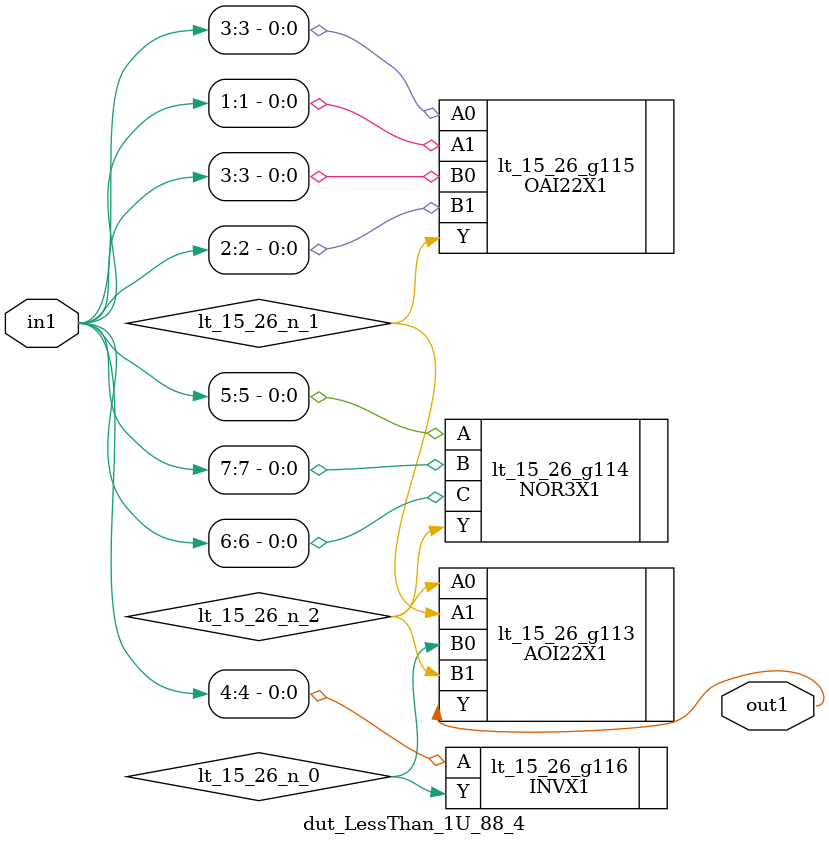
<source format=v>
`timescale 1ps / 1ps


module dut_LessThan_1U_88_4(in1, out1);
  input [7:0] in1;
  output out1;
  wire [7:0] in1;
  wire out1;
  wire lt_15_26_n_0, lt_15_26_n_1, lt_15_26_n_2;
  AOI22X1 lt_15_26_g113(.A0 (lt_15_26_n_2), .A1 (lt_15_26_n_1), .B0
       (lt_15_26_n_0), .B1 (lt_15_26_n_2), .Y (out1));
  NOR3X1 lt_15_26_g114(.A (in1[5]), .B (in1[7]), .C (in1[6]), .Y
       (lt_15_26_n_2));
  OAI22X1 lt_15_26_g115(.A0 (in1[3]), .A1 (in1[1]), .B0 (in1[3]), .B1
       (in1[2]), .Y (lt_15_26_n_1));
  INVX1 lt_15_26_g116(.A (in1[4]), .Y (lt_15_26_n_0));
endmodule



</source>
